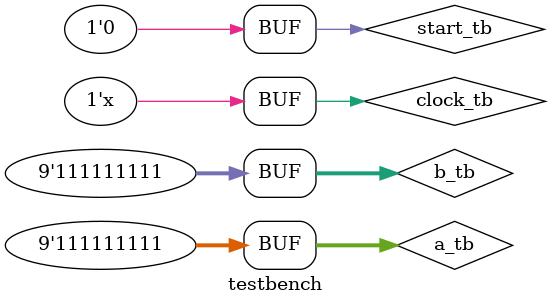
<source format=v>
`timescale 1ns/1ns

module testbench;

    // Inputs
    reg [8:0] a_tb;
    reg [8:0] b_tb;
    wire [3:0] state_tb;
    reg clock_tb;
    reg start_tb;
    wire sinal_tb;
    wire [16:0] res_tb;

    datapath uut (
        .a(a_tb), 
        .b(b_tb), 
        .res(res_tb),
        .clock(clock_tb),
        .sinal(sinal_tb),
        .state(state_tb)
    );

    control_unit utt (

        .clock(clock_tb),
        .start(start_tb),
        .state(state_tb),
        .sinal(sinal_tb)
    );

    initial begin
        start_tb = 1;
        // Observacao: colocar a entrada em binário, pois ao colocar um numero negativo em decimal, o Verilog armazena ele em complemento de 2.
        a_tb =9'b111111111;
        clock_tb = 0;
        b_tb =9'b111111111;
        #10
        start_tb = 0;
        

        
    end

    always  #10 clock_tb = ~clock_tb;
    



endmodule

</source>
